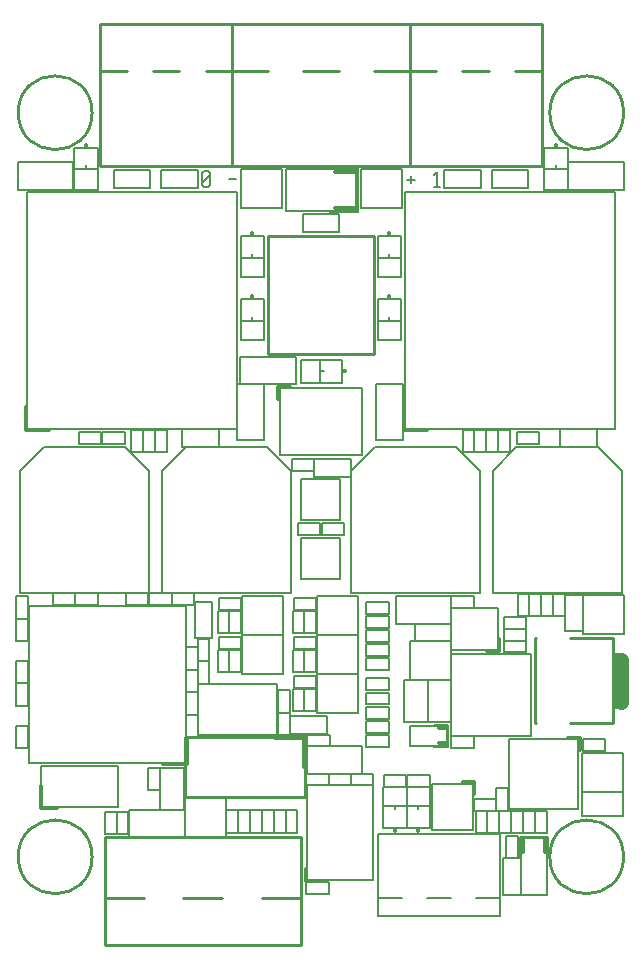
<source format=gbr>
G04 start of page 11 for group -4079 idx -4079 *
G04 Title: (unknown), topsilk *
G04 Creator: pcb 1.99z *
G04 CreationDate: Sat 29 Jun 2013 10:57:06 GMT UTC *
G04 For: rbarlow *
G04 Format: Gerber/RS-274X *
G04 PCB-Dimensions (mm): 70.00 90.00 *
G04 PCB-Coordinate-Origin: lower left *
%MOMM*%
%FSLAX43Y43*%
%LNTOPSILK*%
%ADD174C,1.250*%
%ADD173C,0.500*%
%ADD172C,0.250*%
%ADD171C,0.350*%
%ADD170C,0.300*%
%ADD169C,0.200*%
%ADD168C,0.150*%
G54D168*X43285Y70844D02*X43956D01*
X43621Y71180D02*Y70509D01*
X45565Y71247D02*X45833Y71515D01*
Y70174D01*
X45565D02*X46068D01*
X25899Y70366D02*X26066Y70198D01*
X25899Y71371D02*Y70366D01*
Y71371D02*X26066Y71539D01*
X26402D01*
X26569Y71371D01*
Y70366D01*
X26402Y70198D02*X26569Y70366D01*
X26066Y70198D02*X26402D01*
X25899Y70533D02*X26569Y71204D01*
X28179Y70868D02*X28849D01*
G54D169*X22550Y35800D02*X33450D01*
Y46200D01*
X31450Y48200D01*
X24550D02*X31450D01*
X22550Y35800D02*Y46200D01*
X24550Y48200D01*
X34350Y37000D02*X37650D01*
X34350Y40500D02*X37650D01*
Y37000D01*
X34350Y40500D02*Y37000D01*
G54D168*X36050Y40750D02*X37950D01*
X36050Y41750D02*X37950D01*
Y40750D01*
X36050Y41750D02*Y40750D01*
G54D169*X34350Y42000D02*X37650D01*
X34350Y45500D02*X37650D01*
Y42000D01*
X34350Y45500D02*Y42000D01*
G54D168*X34050Y40750D02*X35950D01*
X34050Y41750D02*X35950D01*
Y40750D01*
X34050Y41750D02*Y40750D01*
G54D169*X29300Y35550D02*Y32250D01*
X32800Y35550D02*Y32250D01*
X29300D02*X32800D01*
X29300Y35550D02*X32800D01*
G54D168*X27350Y35400D02*X29250D01*
X27350Y34400D02*X29250D01*
X27350Y35400D02*Y34400D01*
X29250Y35400D02*Y34400D01*
X28250Y34350D02*Y32450D01*
X29250Y34350D02*Y32450D01*
X28250D02*X29250D01*
X28250Y34350D02*X29250D01*
G54D169*X26800Y35100D02*Y32000D01*
X25300Y35100D02*Y32000D01*
Y35100D02*X26800D01*
X25300Y32000D02*X26800D01*
G54D168*X23350Y34800D02*X25250D01*
X23350Y35800D02*X25250D01*
Y34800D01*
X23350Y35800D02*Y34800D01*
X27250Y34350D02*Y32450D01*
X28250Y34350D02*Y32450D01*
X27250D02*X28250D01*
X27250Y34350D02*X28250D01*
X21450Y35800D02*X23350D01*
X21450Y34800D02*X23350D01*
X21450Y35800D02*Y34800D01*
X23350Y35800D02*Y34800D01*
G54D169*X10550Y35800D02*X21450D01*
Y46200D01*
X19450Y48200D01*
X12550D02*X19450D01*
X10550Y35800D02*Y46200D01*
X12550Y48200D01*
G54D168*X13300Y34800D02*X15200D01*
X13300Y35800D02*X15200D01*
Y34800D01*
X13300Y35800D02*Y34800D01*
X19500D02*X21400D01*
X19500Y35800D02*X21400D01*
Y34800D01*
X19500Y35800D02*Y34800D01*
X15200Y35800D02*X17100D01*
X15200Y34800D02*X17100D01*
X15200Y35800D02*Y34800D01*
X17100Y35800D02*Y34800D01*
X11200Y35550D02*Y33650D01*
X10200Y35550D02*Y33650D01*
Y35550D02*X11200D01*
X10200Y33650D02*X11200D01*
Y30100D02*Y28200D01*
X10200Y30100D02*Y28200D01*
Y30100D02*X11200D01*
X10200Y28200D02*X11200D01*
X34600Y34350D02*Y32450D01*
X35600Y34350D02*Y32450D01*
X34600D02*X35600D01*
X34600Y34350D02*X35600D01*
X33700Y32100D02*X35600D01*
X33700Y31100D02*X35600D01*
X33700Y32100D02*Y31100D01*
X35600Y32100D02*Y31100D01*
X34600Y31050D02*Y29150D01*
X35600Y31050D02*Y29150D01*
X34600D02*X35600D01*
X34600Y31050D02*X35600D01*
X33600D02*Y29150D01*
X34600Y31050D02*Y29150D01*
X33600D02*X34600D01*
X33600Y31050D02*X34600D01*
X33600Y34350D02*Y32450D01*
X34600Y34350D02*Y32450D01*
X33600D02*X34600D01*
X33600Y34350D02*X34600D01*
X33700Y35400D02*X35600D01*
X33700Y34400D02*X35600D01*
X33700Y35400D02*Y34400D01*
X35600Y35400D02*Y34400D01*
G54D169*X29300Y32250D02*Y28950D01*
X32800Y32250D02*Y28950D01*
X29300D02*X32800D01*
X29300Y32250D02*X32800D01*
G54D168*X27250Y31050D02*Y29150D01*
X28250Y31050D02*Y29150D01*
X27250D02*X28250D01*
X27250Y31050D02*X28250D01*
X27350Y32100D02*X29250D01*
X27350Y31100D02*X29250D01*
X27350Y32100D02*Y31100D01*
X29250Y32100D02*Y31100D01*
X28250Y31050D02*Y29150D01*
X29250Y31050D02*Y29150D01*
X28250D02*X29250D01*
X28250Y31050D02*X29250D01*
G54D169*X10350Y72300D02*X15050D01*
X10350Y70000D02*X15050D01*
X10350Y72300D02*Y70000D01*
X15050Y72300D02*Y70000D01*
X22450Y70150D02*X25550D01*
X22450Y71650D02*X25550D01*
Y70150D01*
X22450Y71650D02*Y70150D01*
X18450D02*X21550D01*
X18450Y71650D02*X21550D01*
Y70150D01*
X18450Y71650D02*Y70150D01*
X39400Y71700D02*Y68400D01*
X42900Y71700D02*Y68400D01*
X39400D02*X42900D01*
X39400Y71700D02*X42900D01*
X56900Y73500D02*Y70000D01*
X54900Y73500D02*Y70000D01*
Y73500D02*X56900D01*
X54900Y70000D02*X56900D01*
G54D170*X55900Y73750D02*Y73600D01*
G54D169*X54900Y71750D02*X56900D01*
X55900Y72050D02*Y71750D01*
X50450Y70150D02*X53550D01*
X50450Y71650D02*X53550D01*
Y70150D01*
X50450Y71650D02*Y70150D01*
X46450D02*X49550D01*
X46450Y71650D02*X49550D01*
Y70150D01*
X46450Y71650D02*Y70150D01*
X33000Y71700D02*X39000D01*
X33000Y68200D02*X39000D01*
X33000Y71700D02*Y68200D01*
X39000Y71700D02*Y68200D01*
X39100Y71800D02*Y68100D01*
X36800Y71800D02*X39100D01*
G54D171*X37200Y71500D02*X38900D01*
G54D169*X36800Y68100D02*X39100D01*
G54D171*X37200Y68400D02*X38900D01*
G54D169*X32700Y71700D02*Y68400D01*
X29200Y71700D02*Y68400D01*
Y71700D02*X32700D01*
X29200Y68400D02*X32700D01*
X17100Y73500D02*Y70000D01*
X15100Y73500D02*Y70000D01*
Y73500D02*X17100D01*
X15100Y70000D02*X17100D01*
G54D170*X16100Y73750D02*Y73600D01*
G54D169*X15100Y71750D02*X17100D01*
X16100Y72050D02*Y71750D01*
X56950Y70000D02*X61650D01*
X56950Y72300D02*X61650D01*
Y70000D01*
X56950Y72300D02*Y70000D01*
G54D172*X55375Y76500D02*G75*G03X55375Y76500I3125J0D01*G01*
X17300Y84000D02*Y72000D01*
X28500Y84000D02*Y72000D01*
X17300D02*X28500D01*
X17300Y84000D02*X28500D01*
X26260Y80000D02*X28500D01*
X21780D02*X24020D01*
X17300D02*X19540D01*
X10375Y76500D02*G75*G03X10375Y76500I3125J0D01*G01*
X43500Y84000D02*Y72000D01*
X54700Y84000D02*Y72000D01*
X43500D02*X54700D01*
X43500Y84000D02*X54700D01*
X52460Y80000D02*X54700D01*
X47980D02*X50220D01*
X43500D02*X45740D01*
X28500Y84000D02*Y72000D01*
X43500Y84000D02*Y72000D01*
X28500D02*X43500D01*
X28500Y84000D02*X43500D01*
X40500Y80000D02*X43500D01*
X34500D02*X37500D01*
X28500D02*X31500D01*
G54D169*X34450Y67900D02*X37550D01*
X34450Y66400D02*X37550D01*
X34450Y67900D02*Y66400D01*
X37550Y67900D02*Y66400D01*
G54D172*X40500Y66100D02*Y56100D01*
X31500Y66100D02*Y56100D01*
X40500D01*
X31500Y66100D02*X40500D01*
G54D169*X42800D02*Y62600D01*
X40800Y66100D02*Y62600D01*
Y66100D02*X42800D01*
X40800Y62600D02*X42800D01*
G54D170*X41800Y66350D02*Y66200D01*
G54D169*X40800Y64225D02*X42800D01*
X41800Y64525D02*Y64225D01*
X42800Y60750D02*Y57250D01*
X40800Y60750D02*Y57250D01*
Y60750D02*X42800D01*
X40800Y57250D02*X42800D01*
G54D170*X41800Y61000D02*Y60850D01*
G54D169*X40800Y58875D02*X42800D01*
X41800Y59175D02*Y58875D01*
X31200Y66100D02*Y62600D01*
X29200Y66100D02*Y62600D01*
Y66100D02*X31200D01*
X29200Y62600D02*X31200D01*
G54D170*X30200Y66350D02*Y66200D01*
G54D169*X29200Y64225D02*X31200D01*
X30200Y64525D02*Y64225D01*
X31200Y60750D02*Y57250D01*
X29200Y60750D02*Y57250D01*
Y60750D02*X31200D01*
X29200Y57250D02*X31200D01*
G54D170*X30200Y61000D02*Y60850D01*
G54D169*X29200Y58875D02*X31200D01*
X30200Y59175D02*Y58875D01*
X34300Y53600D02*X37800D01*
X34300Y55600D02*X37800D01*
Y53600D01*
X34300Y55600D02*Y53600D01*
G54D170*X37900Y54600D02*X38050D01*
G54D169*X35925Y55600D02*Y53600D01*
Y54600D02*X36225D01*
X29150Y55800D02*X33850D01*
X29150Y53500D02*X33850D01*
X29150Y55800D02*Y53500D01*
X33850Y55800D02*Y53500D01*
X31200D02*Y48800D01*
X28900Y53500D02*Y48800D01*
Y53500D02*X31200D01*
X28900Y48800D02*X31200D01*
X32495Y53160D02*X39495D01*
X32495Y47560D02*X39495D01*
X32495Y53160D02*Y47560D01*
X39495Y53160D02*Y47560D01*
G54D170*X32395Y53260D02*Y52260D01*
Y53260D02*X33395D01*
G54D169*X35450Y45700D02*X38550D01*
X35450Y47200D02*X38550D01*
Y45700D01*
X35450Y47200D02*Y45700D01*
G54D168*X33550Y46200D02*X35450D01*
X33550Y47200D02*X35450D01*
Y46200D01*
X33550Y47200D02*Y46200D01*
X20950Y49650D02*Y47750D01*
X21950Y49650D02*Y47750D01*
X20950D02*X21950D01*
X20950Y49650D02*X21950D01*
X22950D02*Y47750D01*
X21950Y49650D02*Y47750D01*
Y49650D02*X22950D01*
X21950Y47750D02*X22950D01*
X20950Y49650D02*Y47750D01*
X19950Y49650D02*Y47750D01*
Y49650D02*X20950D01*
X19950Y47750D02*X20950D01*
X51000Y49650D02*Y47750D01*
X52000Y49650D02*Y47750D01*
X51000D02*X52000D01*
X51000Y49650D02*X52000D01*
X49000D02*Y47750D01*
X50000Y49650D02*Y47750D01*
X49000D02*X50000D01*
X49000Y49650D02*X50000D01*
X51000D02*Y47750D01*
X50000Y49650D02*Y47750D01*
Y49650D02*X51000D01*
X50000Y47750D02*X51000D01*
G54D169*X11100Y69800D02*X28900D01*
X11100Y49700D02*X28900D01*
X11100Y69800D02*Y49700D01*
X28900Y69800D02*Y49700D01*
G54D170*X11000Y49600D02*Y51600D01*
Y49600D02*X13000D01*
G54D169*X24250Y48200D02*X27350D01*
X24250Y49700D02*X27350D01*
Y48200D01*
X24250Y49700D02*Y48200D01*
G54D168*X17500Y48450D02*X19400D01*
X17500Y49450D02*X19400D01*
Y48450D01*
X17500Y49450D02*Y48450D01*
X15500Y49450D02*X17400D01*
X15500Y48450D02*X17400D01*
X15500Y49450D02*Y48450D01*
X17400Y49450D02*Y48450D01*
G54D172*X34315Y15200D02*Y6000D01*
X17685Y15200D02*Y6000D01*
Y15200D02*X34315D01*
X17685Y6000D02*X34315D01*
X17685Y10000D02*X21011D01*
X24337D02*X27663D01*
X30989D02*X34315D01*
G54D169*X22400Y21000D02*Y17500D01*
X24400Y21000D02*Y17500D01*
X22400D02*X24400D01*
X22400Y21000D02*X24400D01*
X19750Y15200D02*X24450D01*
X19750Y17500D02*X24450D01*
Y15200D01*
X19750Y17500D02*Y15200D01*
G54D168*X29000Y17450D02*Y15550D01*
X28000Y17450D02*Y15550D01*
Y17450D02*X29000D01*
X28000Y15550D02*X29000D01*
G54D172*X10375Y13500D02*G75*G03X10375Y13500I3125J0D01*G01*
G54D168*X18700Y17300D02*Y15400D01*
X19700Y17300D02*Y15400D01*
X18700D02*X19700D01*
X18700Y17300D02*X19700D01*
X18700D02*Y15400D01*
X17700Y17300D02*Y15400D01*
Y17300D02*X18700D01*
X17700Y15400D02*X18700D01*
X21400Y21050D02*Y19150D01*
X22400Y21050D02*Y19150D01*
X21400D02*X22400D01*
X21400Y21050D02*X22400D01*
G54D169*X12333Y21179D02*X18803D01*
X12333Y17729D02*X18803D01*
X12333Y21179D02*Y17729D01*
X18803Y21179D02*Y17729D01*
G54D170*X12283Y17629D02*X13673D01*
X12283Y19469D02*Y17629D01*
G54D168*X24550Y31250D02*Y29350D01*
X25550Y31250D02*Y29350D01*
X24550D02*X25550D01*
X24550Y31250D02*X25550D01*
Y31950D02*Y30050D01*
X26550Y31950D02*Y30050D01*
X25550D02*X26550D01*
X25550Y31950D02*X26550D01*
X25550Y30050D02*Y28150D01*
X26550Y30050D02*Y28150D01*
X25550D02*X26550D01*
X25550Y30050D02*X26550D01*
X32350Y27600D02*Y25700D01*
X33350Y27600D02*Y25700D01*
X32350D02*X33350D01*
X32350Y27600D02*X33350D01*
G54D169*X33400Y23900D02*X36500D01*
X33400Y25400D02*X36500D01*
Y23900D01*
X33400Y25400D02*Y23900D01*
G54D168*X33350Y25700D02*Y23800D01*
X32350Y25700D02*Y23800D01*
Y25700D02*X33350D01*
X32350Y23800D02*X33350D01*
X34600Y27750D02*Y25850D01*
X35600Y27750D02*Y25850D01*
X34600D02*X35600D01*
X34600Y27750D02*X35600D01*
X33600D02*Y25850D01*
X34600Y27750D02*Y25850D01*
X33600D02*X34600D01*
X33600Y27750D02*X34600D01*
G54D169*X25600Y23850D02*X32300D01*
X25600Y28150D02*X32300D01*
Y23850D01*
X25600Y28150D02*Y23850D01*
G54D168*X25550Y29350D02*Y27450D01*
X24550Y29350D02*Y27450D01*
Y29350D02*X25550D01*
X24550Y27450D02*X25550D01*
X24550D02*Y25550D01*
X25550Y27450D02*Y25550D01*
X24550D02*X25550D01*
X24550Y27450D02*X25550D01*
X10200Y28200D02*Y26300D01*
X11200Y28200D02*Y26300D01*
X10200D02*X11200D01*
X10200Y28200D02*X11200D01*
Y24600D02*Y22700D01*
X10200Y24600D02*Y22700D01*
Y24600D02*X11200D01*
X10200Y22700D02*X11200D01*
G54D169*X11250Y21450D02*X24550D01*
X11250Y34750D02*X24550D01*
Y21450D01*
X11250Y34750D02*Y21450D01*
G54D170*X24650Y23350D02*Y21350D01*
X22650D02*X24650D01*
G54D168*X10200Y33650D02*Y31750D01*
X11200Y33650D02*Y31750D01*
X10200D02*X11200D01*
X10200Y33650D02*X11200D01*
G54D169*X24450Y18500D02*Y15200D01*
X27950Y18500D02*Y15200D01*
X24450D02*X27950D01*
X24450Y18500D02*X27950D01*
G54D172*X24510Y18540D02*X34670D01*
X24510Y23620D02*X34670D01*
Y18540D01*
X24510Y23620D02*Y18540D01*
G54D173*X32130Y23620D02*X34670D01*
Y21080D01*
G54D168*X34750Y19550D02*X36650D01*
X34750Y20550D02*X36650D01*
Y19550D01*
X34750Y20550D02*Y19550D01*
X24550Y25550D02*Y23650D01*
X25550Y25550D02*Y23650D01*
X24550D02*X25550D01*
X24550Y25550D02*X25550D01*
X34850Y22850D02*X36750D01*
X34850Y23850D02*X36750D01*
Y22850D01*
X34850Y23850D02*Y22850D01*
X36650Y19550D02*X38550D01*
X36650Y20550D02*X38550D01*
Y19550D01*
X36650Y20550D02*Y19550D01*
X34750Y10350D02*X36650D01*
X34750Y11350D02*X36650D01*
Y10350D01*
X34750Y11350D02*Y10350D01*
X31000Y17450D02*Y15550D01*
X32000Y17450D02*Y15550D01*
X31000D02*X32000D01*
X31000Y17450D02*X32000D01*
X33000D02*Y15550D01*
X32000Y17450D02*Y15550D01*
Y17450D02*X33000D01*
X32000Y15550D02*X33000D01*
X29000Y17450D02*Y15550D01*
X30000Y17450D02*Y15550D01*
X29000D02*X30000D01*
X29000Y17450D02*X30000D01*
X34000D02*Y15550D01*
X33000Y17450D02*Y15550D01*
Y17450D02*X34000D01*
X33000Y15550D02*X34000D01*
X30000Y17450D02*Y15550D01*
X31000Y17450D02*Y15550D01*
X30000D02*X31000D01*
X30000Y17450D02*X31000D01*
G54D169*X43100Y69800D02*X60900D01*
X43100Y49700D02*X60900D01*
X43100Y69800D02*Y49700D01*
X60900Y69800D02*Y49700D01*
G54D170*X43000Y49600D02*Y51600D01*
Y49600D02*X45000D01*
G54D169*X56250Y48200D02*X59350D01*
X56250Y49700D02*X59350D01*
Y48200D01*
X56250Y49700D02*Y48200D01*
G54D168*X52600Y48450D02*X54500D01*
X52600Y49450D02*X54500D01*
Y48450D01*
X52600Y49450D02*Y48450D01*
G54D169*X58100Y18950D02*X61600D01*
X58100Y16950D02*X61600D01*
X58100Y18950D02*Y16950D01*
X61600Y18950D02*Y16950D01*
G54D168*X54100Y17400D02*Y15500D01*
X55100Y17400D02*Y15500D01*
X54100D02*X55100D01*
X54100Y17400D02*X55100D01*
G54D169*X57800Y23450D02*Y17550D01*
X51900Y23450D02*Y17550D01*
Y23450D02*X57800D01*
X51900Y17550D02*X57800D01*
G54D170*X56900Y23550D02*X57900D01*
Y22550D01*
G54D168*X58150Y22450D02*X60050D01*
X58150Y23450D02*X60050D01*
Y22450D01*
X58150Y23450D02*Y22450D01*
G54D169*X61600Y22250D02*Y18950D01*
X58100Y22250D02*Y18950D01*
Y22250D02*X61600D01*
X58100Y18950D02*X61600D01*
G54D172*X55375Y13500D02*G75*G03X55375Y13500I3125J0D01*G01*
G54D169*X52950Y15100D02*Y10300D01*
X55150Y15100D02*Y10300D01*
X52950D02*X55150D01*
X52950Y15100D02*X55150D01*
X52850Y15200D02*X55250D01*
X52850D02*Y13500D01*
G54D171*X53100Y15000D02*Y13900D01*
G54D169*X55250Y15200D02*Y13500D01*
G54D171*X55000Y15000D02*Y13900D01*
G54D169*X34800Y20550D02*X39500D01*
X34800Y22850D02*X39500D01*
Y20550D01*
X34800Y22850D02*Y20550D01*
G54D168*X47050Y22700D02*X48950D01*
X47050Y23700D02*X48950D01*
Y22700D01*
X47050Y23700D02*Y22700D01*
G54D169*X48900Y19700D02*Y15800D01*
X45400Y19700D02*Y15800D01*
Y19700D02*X48900D01*
X45400Y15800D02*X48900D01*
G54D170*X48000Y19800D02*X49000D01*
Y18800D01*
G54D168*X43300Y20450D02*X45200D01*
X43300Y19450D02*X45200D01*
X43300Y20450D02*Y19450D01*
X45200Y20450D02*Y19450D01*
G54D169*X43250D02*Y15950D01*
X45250Y19450D02*Y15950D01*
X43250D02*X45250D01*
X43250Y19450D02*X45250D01*
G54D170*X44250Y15850D02*Y15700D01*
G54D169*X43250Y17825D02*X45250D01*
X44250D02*Y17525D01*
G54D168*X41300Y20450D02*X43200D01*
X41300Y19450D02*X43200D01*
X41300Y20450D02*Y19450D01*
X43200Y20450D02*Y19450D01*
G54D169*X41250D02*Y15950D01*
X43250Y19450D02*Y15950D01*
X41250D02*X43250D01*
X41250Y19450D02*X43250D01*
G54D170*X42250Y15850D02*Y15700D01*
G54D169*X41250Y17825D02*X43250D01*
X42250D02*Y17525D01*
X34800Y19550D02*Y11550D01*
X40400Y19550D02*Y11550D01*
X34800D02*X40400D01*
X34800Y19550D02*X40400D01*
G54D170*X34700Y11450D02*X35700D01*
X34700Y12450D02*Y11450D01*
G54D168*X39850Y22800D02*X41750D01*
X39850Y23800D02*X41750D01*
Y22800D01*
X39850Y23800D02*Y22800D01*
G54D169*X51200Y15400D02*Y8470D01*
X40800Y15400D02*Y8470D01*
Y15400D02*X51200D01*
X40800Y8470D02*X51200D01*
X40800Y10000D02*X42880D01*
X44960D02*X47040D01*
X49120D02*X51200D01*
X51400Y13400D02*Y10300D01*
X52900Y13400D02*Y10300D01*
X51400D02*X52900D01*
X51400Y13400D02*X52900D01*
G54D168*X52650Y15300D02*Y13400D01*
X51650Y15300D02*Y13400D01*
Y15300D02*X52650D01*
X51650Y13400D02*X52650D01*
X53100Y17400D02*Y15500D01*
X54100Y17400D02*Y15500D01*
X53100D02*X54100D01*
X53100Y17400D02*X54100D01*
X52100D02*Y15500D01*
X53100Y17400D02*Y15500D01*
X52100D02*X53100D01*
X52100Y17400D02*X53100D01*
X52100D02*Y15500D01*
X51100Y17400D02*Y15500D01*
Y17400D02*X52100D01*
X51100Y15500D02*X52100D01*
X51100Y17400D02*Y15500D01*
X50100Y17400D02*Y15500D01*
Y17400D02*X51100D01*
X50100Y15500D02*X51100D01*
X49100Y17400D02*Y15500D01*
X50100Y17400D02*Y15500D01*
X49100D02*X50100D01*
X49100Y17400D02*X50100D01*
X50850Y19300D02*Y17400D01*
X51850Y19300D02*Y17400D01*
X50850D02*X51850D01*
X50850Y19300D02*X51850D01*
X48950Y17400D02*X50850D01*
X48950Y18400D02*X50850D01*
Y17400D01*
X48950Y18400D02*Y17400D01*
G54D169*X38550Y35800D02*X49450D01*
Y46200D01*
X47450Y48200D01*
X40550D02*X47450D01*
X38550Y35800D02*Y46200D01*
X40550Y48200D01*
X50550Y35800D02*X61450D01*
Y46200D01*
X59450Y48200D01*
X52550D02*X59450D01*
X50550Y35800D02*Y46200D01*
X52550Y48200D01*
G54D168*X53650Y35750D02*Y33850D01*
X52650Y35750D02*Y33850D01*
Y35750D02*X53650D01*
X52650Y33850D02*X53650D01*
X54650Y35750D02*Y33850D01*
X53650Y35750D02*Y33850D01*
Y35750D02*X54650D01*
X53650Y33850D02*X54650D01*
X39850Y34100D02*X41750D01*
X39850Y35100D02*X41750D01*
Y34100D01*
X39850Y35100D02*Y34100D01*
G54D169*X42950Y53500D02*Y48800D01*
X40650Y53500D02*Y48800D01*
Y53500D02*X42950D01*
X40650Y48800D02*X42950D01*
G54D168*X54650Y35750D02*Y33850D01*
X55650Y35750D02*Y33850D01*
X54650D02*X55650D01*
X54650Y35750D02*X55650D01*
X49000Y49650D02*Y47750D01*
X48000Y49650D02*Y47750D01*
Y49650D02*X49000D01*
X48000Y47750D02*X49000D01*
G54D172*X54150Y24800D02*X54250D01*
X57050D02*X60750D01*
X54150Y32000D02*X54250D01*
X57050D02*X60750D01*
X54150D02*Y24800D01*
X60750Y32000D02*Y24800D01*
G54D174*X61375Y30150D02*Y26650D01*
G54D172*X60750Y26150D02*X61375D01*
X60750Y30650D02*X61375D01*
G54D169*X61700Y35700D02*Y32400D01*
X58200Y35700D02*Y32400D01*
Y35700D02*X61700D01*
X58200Y32400D02*X61700D01*
X58200Y35700D02*Y32600D01*
X56700Y35700D02*Y32600D01*
Y35700D02*X58200D01*
X56700Y32600D02*X58200D01*
G54D168*X55650Y35750D02*Y33850D01*
X56650Y35750D02*Y33850D01*
X55650D02*X56650D01*
X55650Y35750D02*X56650D01*
X43500Y24590D02*X46700D01*
X43500Y22910D02*X46700D01*
X43500Y24590D02*Y22910D01*
X46700Y24590D02*Y22910D01*
X46800Y24690D02*Y22810D01*
X45600Y24690D02*X46800D01*
G54D170*X46000Y24390D02*X46700D01*
G54D168*X45600Y22810D02*X46800D01*
G54D170*X46000Y23110D02*X46700D01*
G54D169*X45050Y28450D02*Y24950D01*
X43050Y28450D02*Y24950D01*
Y28450D02*X45050D01*
X43050Y24950D02*X45050D01*
X47050Y31750D02*Y28450D01*
X43550Y31750D02*Y28450D01*
Y31750D02*X47050D01*
X43550Y28450D02*X47050D01*
Y24950D01*
X45050Y28450D02*Y24950D01*
Y28450D02*X47050D01*
X45050Y24950D02*X47050D01*
G54D168*X51500Y30800D02*X53400D01*
X51500Y31800D02*X53400D01*
Y30800D01*
X51500Y31800D02*Y30800D01*
G54D169*X47050Y30700D02*Y23700D01*
X53750Y30700D02*Y23700D01*
X47050D02*X53750D01*
X47050Y30700D02*X53750D01*
G54D168*X51500Y32800D02*X53400D01*
X51500Y31800D02*X53400D01*
X51500Y32800D02*Y31800D01*
X53400Y32800D02*Y31800D01*
X51500Y32800D02*X53400D01*
X51500Y33800D02*X53400D01*
Y32800D01*
X51500Y33800D02*Y32800D01*
G54D169*X47050Y31050D02*X50950D01*
X47050Y34550D02*X50950D01*
Y31050D01*
X47050Y34550D02*Y31050D01*
G54D170*X51050Y31950D02*Y30950D01*
X50050D02*X51050D01*
G54D168*X47050Y35550D02*X48950D01*
X47050Y34550D02*X48950D01*
X47050Y35550D02*Y34550D01*
X48950Y35550D02*Y34550D01*
G54D169*X43950Y33250D02*X47050D01*
X43950Y31750D02*X47050D01*
X43950Y33250D02*Y31750D01*
X47050Y33250D02*Y31750D01*
G54D168*X33700Y28800D02*X35600D01*
X33700Y27800D02*X35600D01*
X33700Y28800D02*Y27800D01*
X35600Y28800D02*Y27800D01*
G54D169*X35650Y28950D02*Y25650D01*
X39150Y28950D02*Y25650D01*
X35650D02*X39150D01*
X35650Y28950D02*X39150D01*
X35650Y32250D02*Y28950D01*
X39150Y32250D02*Y28950D01*
X35650D02*X39150D01*
X35650Y32250D02*X39150D01*
G54D168*X38550Y19550D02*X40450D01*
X38550Y20550D02*X40450D01*
Y19550D01*
X38550Y20550D02*Y19550D01*
X39850Y25000D02*X41750D01*
X39850Y24000D02*X41750D01*
X39850Y25000D02*Y24000D01*
X41750Y25000D02*Y24000D01*
G54D169*X42350Y35550D02*X47050D01*
X42350Y33250D02*X47050D01*
X42350Y35550D02*Y33250D01*
X47050Y35550D02*Y33250D01*
X35650Y35550D02*Y32250D01*
X39150Y35550D02*Y32250D01*
X35650D02*X39150D01*
X35650Y35550D02*X39150D01*
G54D168*X39850Y32900D02*X41750D01*
X39850Y33900D02*X41750D01*
Y32900D01*
X39850Y33900D02*Y32900D01*
Y27600D02*X41750D01*
X39850Y28600D02*X41750D01*
Y27600D01*
X39850Y28600D02*Y27600D01*
Y32700D02*X41750D01*
X39850Y31700D02*X41750D01*
X39850Y32700D02*Y31700D01*
X41750Y32700D02*Y31700D01*
X39850Y31500D02*X41750D01*
X39850Y30500D02*X41750D01*
X39850Y31500D02*Y30500D01*
X41750Y31500D02*Y30500D01*
X39850Y29300D02*X41750D01*
X39850Y30300D02*X41750D01*
Y29300D01*
X39850Y30300D02*Y29300D01*
Y26400D02*X41750D01*
X39850Y27400D02*X41750D01*
Y26400D01*
X39850Y27400D02*Y26400D01*
Y26200D02*X41750D01*
X39850Y25200D02*X41750D01*
X39850Y26200D02*Y25200D01*
X41750Y26200D02*Y25200D01*
M02*

</source>
